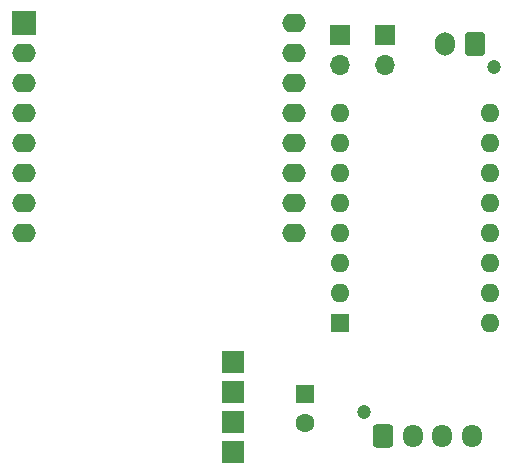
<source format=gbr>
%TF.GenerationSoftware,KiCad,Pcbnew,(6.0.7-1)-1*%
%TF.CreationDate,2022-09-04T19:45:35+02:00*%
%TF.ProjectId,PEQUENA,50455155-454e-4412-9e6b-696361645f70,rev?*%
%TF.SameCoordinates,Original*%
%TF.FileFunction,Soldermask,Bot*%
%TF.FilePolarity,Negative*%
%FSLAX46Y46*%
G04 Gerber Fmt 4.6, Leading zero omitted, Abs format (unit mm)*
G04 Created by KiCad (PCBNEW (6.0.7-1)-1) date 2022-09-04 19:45:35*
%MOMM*%
%LPD*%
G01*
G04 APERTURE LIST*
G04 Aperture macros list*
%AMRoundRect*
0 Rectangle with rounded corners*
0 $1 Rounding radius*
0 $2 $3 $4 $5 $6 $7 $8 $9 X,Y pos of 4 corners*
0 Add a 4 corners polygon primitive as box body*
4,1,4,$2,$3,$4,$5,$6,$7,$8,$9,$2,$3,0*
0 Add four circle primitives for the rounded corners*
1,1,$1+$1,$2,$3*
1,1,$1+$1,$4,$5*
1,1,$1+$1,$6,$7*
1,1,$1+$1,$8,$9*
0 Add four rect primitives between the rounded corners*
20,1,$1+$1,$2,$3,$4,$5,0*
20,1,$1+$1,$4,$5,$6,$7,0*
20,1,$1+$1,$6,$7,$8,$9,0*
20,1,$1+$1,$8,$9,$2,$3,0*%
G04 Aperture macros list end*
%ADD10R,1.600000X1.600000*%
%ADD11C,1.600000*%
%ADD12R,1.700000X1.700000*%
%ADD13O,1.700000X1.700000*%
%ADD14C,1.200000*%
%ADD15RoundRect,0.250000X0.600000X0.750000X-0.600000X0.750000X-0.600000X-0.750000X0.600000X-0.750000X0*%
%ADD16O,1.700000X2.000000*%
%ADD17O,2.000000X1.600000*%
%ADD18R,2.000000X2.000000*%
%ADD19RoundRect,0.250000X-0.600000X-0.725000X0.600000X-0.725000X0.600000X0.725000X-0.600000X0.725000X0*%
%ADD20O,1.700000X1.950000*%
%ADD21O,1.600000X1.600000*%
%ADD22R,1.930400X1.930400*%
G04 APERTURE END LIST*
D10*
%TO.C,35V100mf*%
X64150000Y-63144888D03*
D11*
X64150000Y-65644888D03*
%TD*%
D12*
%TO.C,J2*%
X67056000Y-32766000D03*
D13*
X67056000Y-35306000D03*
%TD*%
D14*
%TO.C,- 24V +*%
X80086000Y-35528000D03*
D15*
X78486000Y-33528000D03*
D16*
X75986000Y-33528000D03*
%TD*%
D17*
%TO.C,WEMOS D1*%
X63192000Y-31762000D03*
X63192000Y-34302000D03*
X63192000Y-36842000D03*
X63192000Y-39382000D03*
X63192000Y-41922000D03*
X63192000Y-44462000D03*
X63192000Y-47002000D03*
X63192000Y-49542000D03*
X40332000Y-49542000D03*
X40332000Y-47002000D03*
X40332000Y-44462000D03*
X40332000Y-41922000D03*
X40332000Y-39382000D03*
X40332000Y-36842000D03*
X40332000Y-34302000D03*
D18*
X40332000Y-31762000D03*
%TD*%
D14*
%TO.C,MOTOR*%
X69150000Y-64725000D03*
D19*
X70750000Y-66725000D03*
D20*
X73250000Y-66725000D03*
X75750000Y-66725000D03*
X78250000Y-66725000D03*
%TD*%
D10*
%TO.C,DRIVER*%
X67056000Y-57150000D03*
D21*
X67056000Y-54610000D03*
X67056000Y-52070000D03*
X67056000Y-49530000D03*
X67056000Y-46990000D03*
X67056000Y-44450000D03*
X67056000Y-41910000D03*
X67056000Y-39370000D03*
X79756000Y-39370000D03*
X79756000Y-41910000D03*
X79756000Y-44450000D03*
X79756000Y-46990000D03*
X79756000Y-49530000D03*
X79756000Y-52070000D03*
X79756000Y-54610000D03*
X79756000Y-57150000D03*
%TD*%
D22*
%TO.C,WEMOS D1*%
X57996750Y-60496750D03*
X57996750Y-65576750D03*
X57996750Y-63036750D03*
X57996750Y-68116750D03*
%TD*%
D12*
%TO.C,J1*%
X70866000Y-32766000D03*
D13*
X70866000Y-35306000D03*
%TD*%
M02*

</source>
